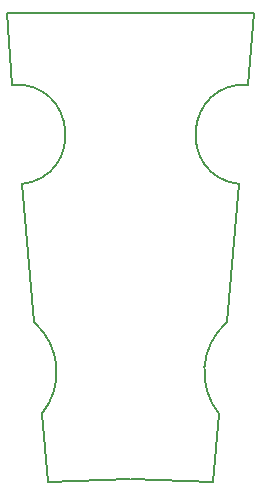
<source format=gbr>
%TF.GenerationSoftware,KiCad,Pcbnew,(6.0.0)*%
%TF.CreationDate,2022-01-04T16:50:31+01:00*%
%TF.ProjectId,SurfaceCoil_PCB_Coupler,53757266-6163-4654-936f-696c5f504342,rev?*%
%TF.SameCoordinates,Original*%
%TF.FileFunction,Profile,NP*%
%FSLAX46Y46*%
G04 Gerber Fmt 4.6, Leading zero omitted, Abs format (unit mm)*
G04 Created by KiCad (PCBNEW (6.0.0)) date 2022-01-04 16:50:31*
%MOMM*%
%LPD*%
G01*
G04 APERTURE LIST*
%TA.AperFunction,Profile*%
%ADD10C,0.150000*%
%TD*%
G04 APERTURE END LIST*
D10*
X157010000Y-80000000D02*
X164000000Y-79710000D01*
X172150000Y-66460000D02*
X173224427Y-54749965D01*
X154785573Y-54749965D02*
X155860000Y-66460000D01*
X172150001Y-66460001D02*
G75*
G03*
X171517913Y-74204435I3700760J-4200062D01*
G01*
X156492087Y-74204435D02*
X157010000Y-80000000D01*
X154785573Y-54749965D02*
G75*
G03*
X154015573Y-46329965I-517303J4197901D01*
G01*
X164010000Y-79710000D02*
X171000000Y-80000000D01*
X174450000Y-40260000D02*
X164050000Y-40260000D01*
X173994427Y-46329965D02*
G75*
G03*
X173224427Y-54749965I-252697J-4222099D01*
G01*
X173994427Y-46329965D02*
X174450000Y-40260000D01*
X156492087Y-74204435D02*
G75*
G03*
X155859999Y-66460001I-4332848J3544372D01*
G01*
X171000000Y-80000000D02*
X171517913Y-74204435D01*
X153560000Y-40260000D02*
X154015573Y-46329965D01*
X164050000Y-40260000D02*
X153560000Y-40260000D01*
M02*

</source>
